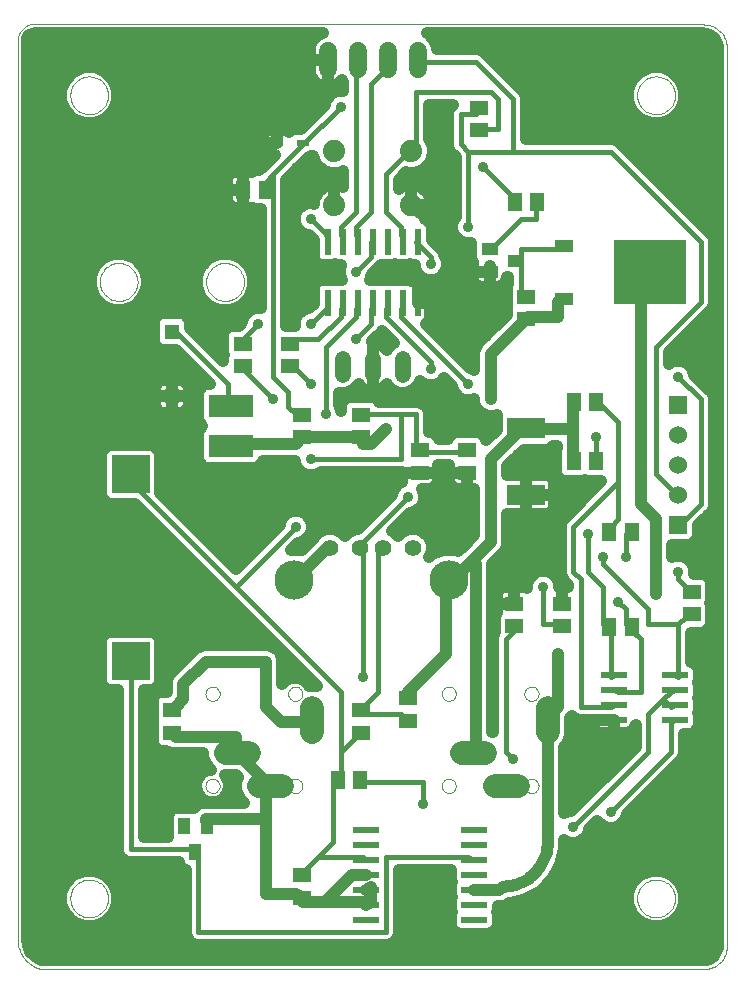
<source format=gtl>
G75*
G70*
%OFA0B0*%
%FSLAX24Y24*%
%IPPOS*%
%LPD*%
%AMOC8*
5,1,8,0,0,1.08239X$1,22.5*
%
%ADD10C,0.0000*%
%ADD11C,0.0787*%
%ADD12C,0.1306*%
%ADD13C,0.0554*%
%ADD14C,0.0520*%
%ADD15R,0.0600X0.0600*%
%ADD16C,0.0600*%
%ADD17R,0.0515X0.0515*%
%ADD18R,0.0591X0.0512*%
%ADD19R,0.0512X0.0591*%
%ADD20C,0.0740*%
%ADD21R,0.1500X0.0760*%
%ADD22R,0.0394X0.0236*%
%ADD23R,0.0236X0.0866*%
%ADD24R,0.0866X0.0236*%
%ADD25R,0.1260X0.1260*%
%ADD26R,0.0394X0.0551*%
%ADD27R,0.2441X0.2126*%
%ADD28R,0.0630X0.0394*%
%ADD29R,0.0551X0.0394*%
%ADD30R,0.1260X0.0709*%
%ADD31C,0.0600*%
%ADD32C,0.0150*%
%ADD33C,0.0360*%
%ADD34C,0.0400*%
D10*
X015719Y008027D02*
X015719Y037948D01*
X015736Y037993D01*
X015757Y038038D01*
X015781Y038080D01*
X015809Y038120D01*
X015839Y038159D01*
X015873Y038194D01*
X015909Y038227D01*
X015947Y038257D01*
X015988Y038284D01*
X016031Y038307D01*
X016075Y038327D01*
X016121Y038344D01*
X016168Y038357D01*
X016216Y038366D01*
X016265Y038371D01*
X016314Y038373D01*
X016363Y038371D01*
X016411Y038365D01*
X016459Y038355D01*
X016506Y038341D01*
X016506Y038342D02*
X038553Y038342D01*
X038553Y038341D02*
X038607Y038339D01*
X038660Y038334D01*
X038713Y038325D01*
X038765Y038312D01*
X038817Y038296D01*
X038867Y038276D01*
X038915Y038253D01*
X038962Y038226D01*
X039007Y038197D01*
X039050Y038164D01*
X039090Y038129D01*
X039128Y038091D01*
X039163Y038051D01*
X039196Y038008D01*
X039225Y037963D01*
X039252Y037916D01*
X039275Y037868D01*
X039295Y037818D01*
X039311Y037766D01*
X039324Y037714D01*
X039333Y037661D01*
X039338Y037608D01*
X039340Y037554D01*
X039341Y037554D02*
X039341Y007633D01*
X039340Y007633D02*
X039338Y007579D01*
X039333Y007526D01*
X039324Y007473D01*
X039311Y007421D01*
X039295Y007369D01*
X039275Y007319D01*
X039252Y007271D01*
X039225Y007224D01*
X039196Y007179D01*
X039163Y007136D01*
X039128Y007096D01*
X039090Y007058D01*
X039050Y007023D01*
X039007Y006990D01*
X038962Y006961D01*
X038915Y006934D01*
X038867Y006911D01*
X038817Y006891D01*
X038765Y006875D01*
X038713Y006862D01*
X038660Y006853D01*
X038607Y006848D01*
X038553Y006846D01*
X016506Y006846D01*
X016506Y006845D02*
X016447Y006859D01*
X016389Y006876D01*
X016332Y006897D01*
X016276Y006921D01*
X016222Y006949D01*
X016170Y006979D01*
X016119Y007013D01*
X016071Y007050D01*
X016025Y007089D01*
X015982Y007132D01*
X015941Y007176D01*
X015903Y007224D01*
X015868Y007273D01*
X015836Y007325D01*
X015807Y007378D01*
X015781Y007433D01*
X015759Y007489D01*
X015740Y007547D01*
X015724Y007606D01*
X015713Y007665D01*
X015704Y007725D01*
X015700Y007786D01*
X015699Y007846D01*
X015702Y007907D01*
X015708Y007967D01*
X015718Y008027D01*
X017451Y009208D02*
X017453Y009258D01*
X017459Y009308D01*
X017469Y009357D01*
X017483Y009405D01*
X017500Y009452D01*
X017521Y009497D01*
X017546Y009541D01*
X017574Y009582D01*
X017606Y009621D01*
X017640Y009658D01*
X017677Y009692D01*
X017717Y009722D01*
X017759Y009749D01*
X017803Y009773D01*
X017849Y009794D01*
X017896Y009810D01*
X017944Y009823D01*
X017994Y009832D01*
X018043Y009837D01*
X018094Y009838D01*
X018144Y009835D01*
X018193Y009828D01*
X018242Y009817D01*
X018290Y009802D01*
X018336Y009784D01*
X018381Y009762D01*
X018424Y009736D01*
X018465Y009707D01*
X018504Y009675D01*
X018540Y009640D01*
X018572Y009602D01*
X018602Y009562D01*
X018629Y009519D01*
X018652Y009475D01*
X018671Y009429D01*
X018687Y009381D01*
X018699Y009332D01*
X018707Y009283D01*
X018711Y009233D01*
X018711Y009183D01*
X018707Y009133D01*
X018699Y009084D01*
X018687Y009035D01*
X018671Y008987D01*
X018652Y008941D01*
X018629Y008897D01*
X018602Y008854D01*
X018572Y008814D01*
X018540Y008776D01*
X018504Y008741D01*
X018465Y008709D01*
X018424Y008680D01*
X018381Y008654D01*
X018336Y008632D01*
X018290Y008614D01*
X018242Y008599D01*
X018193Y008588D01*
X018144Y008581D01*
X018094Y008578D01*
X018043Y008579D01*
X017994Y008584D01*
X017944Y008593D01*
X017896Y008606D01*
X017849Y008622D01*
X017803Y008643D01*
X017759Y008667D01*
X017717Y008694D01*
X017677Y008724D01*
X017640Y008758D01*
X017606Y008795D01*
X017574Y008834D01*
X017546Y008875D01*
X017521Y008919D01*
X017500Y008964D01*
X017483Y009011D01*
X017469Y009059D01*
X017459Y009108D01*
X017453Y009158D01*
X017451Y009208D01*
X021957Y012960D02*
X021959Y012990D01*
X021965Y013020D01*
X021974Y013049D01*
X021987Y013076D01*
X022004Y013101D01*
X022023Y013124D01*
X022046Y013145D01*
X022071Y013162D01*
X022097Y013176D01*
X022126Y013186D01*
X022155Y013193D01*
X022185Y013196D01*
X022216Y013195D01*
X022246Y013190D01*
X022275Y013181D01*
X022302Y013169D01*
X022328Y013154D01*
X022352Y013135D01*
X022373Y013113D01*
X022391Y013089D01*
X022406Y013062D01*
X022417Y013034D01*
X022425Y013005D01*
X022429Y012975D01*
X022429Y012945D01*
X022425Y012915D01*
X022417Y012886D01*
X022406Y012858D01*
X022391Y012831D01*
X022373Y012807D01*
X022352Y012785D01*
X022328Y012766D01*
X022302Y012751D01*
X022275Y012739D01*
X022246Y012730D01*
X022216Y012725D01*
X022185Y012724D01*
X022155Y012727D01*
X022126Y012734D01*
X022097Y012744D01*
X022071Y012758D01*
X022046Y012775D01*
X022023Y012796D01*
X022004Y012819D01*
X021987Y012844D01*
X021974Y012871D01*
X021965Y012900D01*
X021959Y012930D01*
X021957Y012960D01*
X024713Y012960D02*
X024715Y012990D01*
X024721Y013020D01*
X024730Y013049D01*
X024743Y013076D01*
X024760Y013101D01*
X024779Y013124D01*
X024802Y013145D01*
X024827Y013162D01*
X024853Y013176D01*
X024882Y013186D01*
X024911Y013193D01*
X024941Y013196D01*
X024972Y013195D01*
X025002Y013190D01*
X025031Y013181D01*
X025058Y013169D01*
X025084Y013154D01*
X025108Y013135D01*
X025129Y013113D01*
X025147Y013089D01*
X025162Y013062D01*
X025173Y013034D01*
X025181Y013005D01*
X025185Y012975D01*
X025185Y012945D01*
X025181Y012915D01*
X025173Y012886D01*
X025162Y012858D01*
X025147Y012831D01*
X025129Y012807D01*
X025108Y012785D01*
X025084Y012766D01*
X025058Y012751D01*
X025031Y012739D01*
X025002Y012730D01*
X024972Y012725D01*
X024941Y012724D01*
X024911Y012727D01*
X024882Y012734D01*
X024853Y012744D01*
X024827Y012758D01*
X024802Y012775D01*
X024779Y012796D01*
X024760Y012819D01*
X024743Y012844D01*
X024730Y012871D01*
X024721Y012900D01*
X024715Y012930D01*
X024713Y012960D01*
X024713Y016031D02*
X024715Y016061D01*
X024721Y016091D01*
X024730Y016120D01*
X024743Y016147D01*
X024760Y016172D01*
X024779Y016195D01*
X024802Y016216D01*
X024827Y016233D01*
X024853Y016247D01*
X024882Y016257D01*
X024911Y016264D01*
X024941Y016267D01*
X024972Y016266D01*
X025002Y016261D01*
X025031Y016252D01*
X025058Y016240D01*
X025084Y016225D01*
X025108Y016206D01*
X025129Y016184D01*
X025147Y016160D01*
X025162Y016133D01*
X025173Y016105D01*
X025181Y016076D01*
X025185Y016046D01*
X025185Y016016D01*
X025181Y015986D01*
X025173Y015957D01*
X025162Y015929D01*
X025147Y015902D01*
X025129Y015878D01*
X025108Y015856D01*
X025084Y015837D01*
X025058Y015822D01*
X025031Y015810D01*
X025002Y015801D01*
X024972Y015796D01*
X024941Y015795D01*
X024911Y015798D01*
X024882Y015805D01*
X024853Y015815D01*
X024827Y015829D01*
X024802Y015846D01*
X024779Y015867D01*
X024760Y015890D01*
X024743Y015915D01*
X024730Y015942D01*
X024721Y015971D01*
X024715Y016001D01*
X024713Y016031D01*
X021957Y016031D02*
X021959Y016061D01*
X021965Y016091D01*
X021974Y016120D01*
X021987Y016147D01*
X022004Y016172D01*
X022023Y016195D01*
X022046Y016216D01*
X022071Y016233D01*
X022097Y016247D01*
X022126Y016257D01*
X022155Y016264D01*
X022185Y016267D01*
X022216Y016266D01*
X022246Y016261D01*
X022275Y016252D01*
X022302Y016240D01*
X022328Y016225D01*
X022352Y016206D01*
X022373Y016184D01*
X022391Y016160D01*
X022406Y016133D01*
X022417Y016105D01*
X022425Y016076D01*
X022429Y016046D01*
X022429Y016016D01*
X022425Y015986D01*
X022417Y015957D01*
X022406Y015929D01*
X022391Y015902D01*
X022373Y015878D01*
X022352Y015856D01*
X022328Y015837D01*
X022302Y015822D01*
X022275Y015810D01*
X022246Y015801D01*
X022216Y015796D01*
X022185Y015795D01*
X022155Y015798D01*
X022126Y015805D01*
X022097Y015815D01*
X022071Y015829D01*
X022046Y015846D01*
X022023Y015867D01*
X022004Y015890D01*
X021987Y015915D01*
X021974Y015942D01*
X021965Y015971D01*
X021959Y016001D01*
X021957Y016031D01*
X029831Y016031D02*
X029833Y016061D01*
X029839Y016091D01*
X029848Y016120D01*
X029861Y016147D01*
X029878Y016172D01*
X029897Y016195D01*
X029920Y016216D01*
X029945Y016233D01*
X029971Y016247D01*
X030000Y016257D01*
X030029Y016264D01*
X030059Y016267D01*
X030090Y016266D01*
X030120Y016261D01*
X030149Y016252D01*
X030176Y016240D01*
X030202Y016225D01*
X030226Y016206D01*
X030247Y016184D01*
X030265Y016160D01*
X030280Y016133D01*
X030291Y016105D01*
X030299Y016076D01*
X030303Y016046D01*
X030303Y016016D01*
X030299Y015986D01*
X030291Y015957D01*
X030280Y015929D01*
X030265Y015902D01*
X030247Y015878D01*
X030226Y015856D01*
X030202Y015837D01*
X030176Y015822D01*
X030149Y015810D01*
X030120Y015801D01*
X030090Y015796D01*
X030059Y015795D01*
X030029Y015798D01*
X030000Y015805D01*
X029971Y015815D01*
X029945Y015829D01*
X029920Y015846D01*
X029897Y015867D01*
X029878Y015890D01*
X029861Y015915D01*
X029848Y015942D01*
X029839Y015971D01*
X029833Y016001D01*
X029831Y016031D01*
X032587Y016031D02*
X032589Y016061D01*
X032595Y016091D01*
X032604Y016120D01*
X032617Y016147D01*
X032634Y016172D01*
X032653Y016195D01*
X032676Y016216D01*
X032701Y016233D01*
X032727Y016247D01*
X032756Y016257D01*
X032785Y016264D01*
X032815Y016267D01*
X032846Y016266D01*
X032876Y016261D01*
X032905Y016252D01*
X032932Y016240D01*
X032958Y016225D01*
X032982Y016206D01*
X033003Y016184D01*
X033021Y016160D01*
X033036Y016133D01*
X033047Y016105D01*
X033055Y016076D01*
X033059Y016046D01*
X033059Y016016D01*
X033055Y015986D01*
X033047Y015957D01*
X033036Y015929D01*
X033021Y015902D01*
X033003Y015878D01*
X032982Y015856D01*
X032958Y015837D01*
X032932Y015822D01*
X032905Y015810D01*
X032876Y015801D01*
X032846Y015796D01*
X032815Y015795D01*
X032785Y015798D01*
X032756Y015805D01*
X032727Y015815D01*
X032701Y015829D01*
X032676Y015846D01*
X032653Y015867D01*
X032634Y015890D01*
X032617Y015915D01*
X032604Y015942D01*
X032595Y015971D01*
X032589Y016001D01*
X032587Y016031D01*
X032587Y012960D02*
X032589Y012990D01*
X032595Y013020D01*
X032604Y013049D01*
X032617Y013076D01*
X032634Y013101D01*
X032653Y013124D01*
X032676Y013145D01*
X032701Y013162D01*
X032727Y013176D01*
X032756Y013186D01*
X032785Y013193D01*
X032815Y013196D01*
X032846Y013195D01*
X032876Y013190D01*
X032905Y013181D01*
X032932Y013169D01*
X032958Y013154D01*
X032982Y013135D01*
X033003Y013113D01*
X033021Y013089D01*
X033036Y013062D01*
X033047Y013034D01*
X033055Y013005D01*
X033059Y012975D01*
X033059Y012945D01*
X033055Y012915D01*
X033047Y012886D01*
X033036Y012858D01*
X033021Y012831D01*
X033003Y012807D01*
X032982Y012785D01*
X032958Y012766D01*
X032932Y012751D01*
X032905Y012739D01*
X032876Y012730D01*
X032846Y012725D01*
X032815Y012724D01*
X032785Y012727D01*
X032756Y012734D01*
X032727Y012744D01*
X032701Y012758D01*
X032676Y012775D01*
X032653Y012796D01*
X032634Y012819D01*
X032617Y012844D01*
X032604Y012871D01*
X032595Y012900D01*
X032589Y012930D01*
X032587Y012960D01*
X029831Y012960D02*
X029833Y012990D01*
X029839Y013020D01*
X029848Y013049D01*
X029861Y013076D01*
X029878Y013101D01*
X029897Y013124D01*
X029920Y013145D01*
X029945Y013162D01*
X029971Y013176D01*
X030000Y013186D01*
X030029Y013193D01*
X030059Y013196D01*
X030090Y013195D01*
X030120Y013190D01*
X030149Y013181D01*
X030176Y013169D01*
X030202Y013154D01*
X030226Y013135D01*
X030247Y013113D01*
X030265Y013089D01*
X030280Y013062D01*
X030291Y013034D01*
X030299Y013005D01*
X030303Y012975D01*
X030303Y012945D01*
X030299Y012915D01*
X030291Y012886D01*
X030280Y012858D01*
X030265Y012831D01*
X030247Y012807D01*
X030226Y012785D01*
X030202Y012766D01*
X030176Y012751D01*
X030149Y012739D01*
X030120Y012730D01*
X030090Y012725D01*
X030059Y012724D01*
X030029Y012727D01*
X030000Y012734D01*
X029971Y012744D01*
X029945Y012758D01*
X029920Y012775D01*
X029897Y012796D01*
X029878Y012819D01*
X029861Y012844D01*
X029848Y012871D01*
X029839Y012900D01*
X029833Y012930D01*
X029831Y012960D01*
X036349Y009208D02*
X036351Y009258D01*
X036357Y009308D01*
X036367Y009357D01*
X036381Y009405D01*
X036398Y009452D01*
X036419Y009497D01*
X036444Y009541D01*
X036472Y009582D01*
X036504Y009621D01*
X036538Y009658D01*
X036575Y009692D01*
X036615Y009722D01*
X036657Y009749D01*
X036701Y009773D01*
X036747Y009794D01*
X036794Y009810D01*
X036842Y009823D01*
X036892Y009832D01*
X036941Y009837D01*
X036992Y009838D01*
X037042Y009835D01*
X037091Y009828D01*
X037140Y009817D01*
X037188Y009802D01*
X037234Y009784D01*
X037279Y009762D01*
X037322Y009736D01*
X037363Y009707D01*
X037402Y009675D01*
X037438Y009640D01*
X037470Y009602D01*
X037500Y009562D01*
X037527Y009519D01*
X037550Y009475D01*
X037569Y009429D01*
X037585Y009381D01*
X037597Y009332D01*
X037605Y009283D01*
X037609Y009233D01*
X037609Y009183D01*
X037605Y009133D01*
X037597Y009084D01*
X037585Y009035D01*
X037569Y008987D01*
X037550Y008941D01*
X037527Y008897D01*
X037500Y008854D01*
X037470Y008814D01*
X037438Y008776D01*
X037402Y008741D01*
X037363Y008709D01*
X037322Y008680D01*
X037279Y008654D01*
X037234Y008632D01*
X037188Y008614D01*
X037140Y008599D01*
X037091Y008588D01*
X037042Y008581D01*
X036992Y008578D01*
X036941Y008579D01*
X036892Y008584D01*
X036842Y008593D01*
X036794Y008606D01*
X036747Y008622D01*
X036701Y008643D01*
X036657Y008667D01*
X036615Y008694D01*
X036575Y008724D01*
X036538Y008758D01*
X036504Y008795D01*
X036472Y008834D01*
X036444Y008875D01*
X036419Y008919D01*
X036398Y008964D01*
X036381Y009011D01*
X036367Y009059D01*
X036357Y009108D01*
X036351Y009158D01*
X036349Y009208D01*
X021979Y029759D02*
X021981Y029809D01*
X021987Y029859D01*
X021997Y029908D01*
X022011Y029956D01*
X022028Y030003D01*
X022049Y030048D01*
X022074Y030092D01*
X022102Y030133D01*
X022134Y030172D01*
X022168Y030209D01*
X022205Y030243D01*
X022245Y030273D01*
X022287Y030300D01*
X022331Y030324D01*
X022377Y030345D01*
X022424Y030361D01*
X022472Y030374D01*
X022522Y030383D01*
X022571Y030388D01*
X022622Y030389D01*
X022672Y030386D01*
X022721Y030379D01*
X022770Y030368D01*
X022818Y030353D01*
X022864Y030335D01*
X022909Y030313D01*
X022952Y030287D01*
X022993Y030258D01*
X023032Y030226D01*
X023068Y030191D01*
X023100Y030153D01*
X023130Y030113D01*
X023157Y030070D01*
X023180Y030026D01*
X023199Y029980D01*
X023215Y029932D01*
X023227Y029883D01*
X023235Y029834D01*
X023239Y029784D01*
X023239Y029734D01*
X023235Y029684D01*
X023227Y029635D01*
X023215Y029586D01*
X023199Y029538D01*
X023180Y029492D01*
X023157Y029448D01*
X023130Y029405D01*
X023100Y029365D01*
X023068Y029327D01*
X023032Y029292D01*
X022993Y029260D01*
X022952Y029231D01*
X022909Y029205D01*
X022864Y029183D01*
X022818Y029165D01*
X022770Y029150D01*
X022721Y029139D01*
X022672Y029132D01*
X022622Y029129D01*
X022571Y029130D01*
X022522Y029135D01*
X022472Y029144D01*
X022424Y029157D01*
X022377Y029173D01*
X022331Y029194D01*
X022287Y029218D01*
X022245Y029245D01*
X022205Y029275D01*
X022168Y029309D01*
X022134Y029346D01*
X022102Y029385D01*
X022074Y029426D01*
X022049Y029470D01*
X022028Y029515D01*
X022011Y029562D01*
X021997Y029610D01*
X021987Y029659D01*
X021981Y029709D01*
X021979Y029759D01*
X018435Y029759D02*
X018437Y029809D01*
X018443Y029859D01*
X018453Y029908D01*
X018467Y029956D01*
X018484Y030003D01*
X018505Y030048D01*
X018530Y030092D01*
X018558Y030133D01*
X018590Y030172D01*
X018624Y030209D01*
X018661Y030243D01*
X018701Y030273D01*
X018743Y030300D01*
X018787Y030324D01*
X018833Y030345D01*
X018880Y030361D01*
X018928Y030374D01*
X018978Y030383D01*
X019027Y030388D01*
X019078Y030389D01*
X019128Y030386D01*
X019177Y030379D01*
X019226Y030368D01*
X019274Y030353D01*
X019320Y030335D01*
X019365Y030313D01*
X019408Y030287D01*
X019449Y030258D01*
X019488Y030226D01*
X019524Y030191D01*
X019556Y030153D01*
X019586Y030113D01*
X019613Y030070D01*
X019636Y030026D01*
X019655Y029980D01*
X019671Y029932D01*
X019683Y029883D01*
X019691Y029834D01*
X019695Y029784D01*
X019695Y029734D01*
X019691Y029684D01*
X019683Y029635D01*
X019671Y029586D01*
X019655Y029538D01*
X019636Y029492D01*
X019613Y029448D01*
X019586Y029405D01*
X019556Y029365D01*
X019524Y029327D01*
X019488Y029292D01*
X019449Y029260D01*
X019408Y029231D01*
X019365Y029205D01*
X019320Y029183D01*
X019274Y029165D01*
X019226Y029150D01*
X019177Y029139D01*
X019128Y029132D01*
X019078Y029129D01*
X019027Y029130D01*
X018978Y029135D01*
X018928Y029144D01*
X018880Y029157D01*
X018833Y029173D01*
X018787Y029194D01*
X018743Y029218D01*
X018701Y029245D01*
X018661Y029275D01*
X018624Y029309D01*
X018590Y029346D01*
X018558Y029385D01*
X018530Y029426D01*
X018505Y029470D01*
X018484Y029515D01*
X018467Y029562D01*
X018453Y029610D01*
X018443Y029659D01*
X018437Y029709D01*
X018435Y029759D01*
X017451Y035979D02*
X017453Y036029D01*
X017459Y036079D01*
X017469Y036128D01*
X017483Y036176D01*
X017500Y036223D01*
X017521Y036268D01*
X017546Y036312D01*
X017574Y036353D01*
X017606Y036392D01*
X017640Y036429D01*
X017677Y036463D01*
X017717Y036493D01*
X017759Y036520D01*
X017803Y036544D01*
X017849Y036565D01*
X017896Y036581D01*
X017944Y036594D01*
X017994Y036603D01*
X018043Y036608D01*
X018094Y036609D01*
X018144Y036606D01*
X018193Y036599D01*
X018242Y036588D01*
X018290Y036573D01*
X018336Y036555D01*
X018381Y036533D01*
X018424Y036507D01*
X018465Y036478D01*
X018504Y036446D01*
X018540Y036411D01*
X018572Y036373D01*
X018602Y036333D01*
X018629Y036290D01*
X018652Y036246D01*
X018671Y036200D01*
X018687Y036152D01*
X018699Y036103D01*
X018707Y036054D01*
X018711Y036004D01*
X018711Y035954D01*
X018707Y035904D01*
X018699Y035855D01*
X018687Y035806D01*
X018671Y035758D01*
X018652Y035712D01*
X018629Y035668D01*
X018602Y035625D01*
X018572Y035585D01*
X018540Y035547D01*
X018504Y035512D01*
X018465Y035480D01*
X018424Y035451D01*
X018381Y035425D01*
X018336Y035403D01*
X018290Y035385D01*
X018242Y035370D01*
X018193Y035359D01*
X018144Y035352D01*
X018094Y035349D01*
X018043Y035350D01*
X017994Y035355D01*
X017944Y035364D01*
X017896Y035377D01*
X017849Y035393D01*
X017803Y035414D01*
X017759Y035438D01*
X017717Y035465D01*
X017677Y035495D01*
X017640Y035529D01*
X017606Y035566D01*
X017574Y035605D01*
X017546Y035646D01*
X017521Y035690D01*
X017500Y035735D01*
X017483Y035782D01*
X017469Y035830D01*
X017459Y035879D01*
X017453Y035929D01*
X017451Y035979D01*
X036349Y035979D02*
X036351Y036029D01*
X036357Y036079D01*
X036367Y036128D01*
X036381Y036176D01*
X036398Y036223D01*
X036419Y036268D01*
X036444Y036312D01*
X036472Y036353D01*
X036504Y036392D01*
X036538Y036429D01*
X036575Y036463D01*
X036615Y036493D01*
X036657Y036520D01*
X036701Y036544D01*
X036747Y036565D01*
X036794Y036581D01*
X036842Y036594D01*
X036892Y036603D01*
X036941Y036608D01*
X036992Y036609D01*
X037042Y036606D01*
X037091Y036599D01*
X037140Y036588D01*
X037188Y036573D01*
X037234Y036555D01*
X037279Y036533D01*
X037322Y036507D01*
X037363Y036478D01*
X037402Y036446D01*
X037438Y036411D01*
X037470Y036373D01*
X037500Y036333D01*
X037527Y036290D01*
X037550Y036246D01*
X037569Y036200D01*
X037585Y036152D01*
X037597Y036103D01*
X037605Y036054D01*
X037609Y036004D01*
X037609Y035954D01*
X037605Y035904D01*
X037597Y035855D01*
X037585Y035806D01*
X037569Y035758D01*
X037550Y035712D01*
X037527Y035668D01*
X037500Y035625D01*
X037470Y035585D01*
X037438Y035547D01*
X037402Y035512D01*
X037363Y035480D01*
X037322Y035451D01*
X037279Y035425D01*
X037234Y035403D01*
X037188Y035385D01*
X037140Y035370D01*
X037091Y035359D01*
X037042Y035352D01*
X036992Y035349D01*
X036941Y035350D01*
X036892Y035355D01*
X036842Y035364D01*
X036794Y035377D01*
X036747Y035393D01*
X036701Y035414D01*
X036657Y035438D01*
X036615Y035465D01*
X036575Y035495D01*
X036538Y035529D01*
X036504Y035566D01*
X036472Y035605D01*
X036444Y035646D01*
X036419Y035690D01*
X036398Y035735D01*
X036381Y035782D01*
X036367Y035830D01*
X036357Y035879D01*
X036351Y035929D01*
X036349Y035979D01*
D11*
X033374Y015558D02*
X033374Y014771D01*
X032390Y012960D02*
X031603Y012960D01*
X031288Y014062D02*
X030500Y014062D01*
X025500Y014771D02*
X025500Y015558D01*
X023414Y014062D02*
X022626Y014062D01*
X023729Y012960D02*
X024516Y012960D01*
D12*
X024904Y019834D03*
X030077Y019834D03*
D13*
X028868Y020901D03*
X027884Y020901D03*
X027097Y020901D03*
X026112Y020901D03*
D14*
X026530Y026664D02*
X026530Y027184D01*
X027530Y027184D02*
X027530Y026664D01*
X028530Y026664D02*
X028530Y027184D01*
D15*
X037715Y025641D03*
X037715Y021641D03*
D16*
X037715Y022641D03*
X037715Y023641D03*
X037715Y024641D03*
D17*
X020837Y025940D03*
X020837Y028105D03*
D18*
X023199Y027692D03*
X023199Y026944D03*
X024774Y026944D03*
X024774Y027692D03*
X025168Y025330D03*
X025168Y024582D03*
X027136Y024582D03*
X027136Y025330D03*
X029105Y024149D03*
X029105Y023401D03*
X030679Y023401D03*
X030679Y024149D03*
X032648Y028519D03*
X032648Y029267D03*
X031073Y034818D03*
X031073Y035566D03*
X038160Y019424D03*
X038160Y018676D03*
X033829Y019031D03*
X033829Y018283D03*
X032254Y018283D03*
X032254Y019031D03*
X028711Y015881D03*
X028711Y015133D03*
X027136Y015487D03*
X027136Y014739D03*
X025168Y009975D03*
X025168Y009227D03*
X020837Y014739D03*
X020837Y015487D03*
D19*
X026368Y013145D03*
X027116Y013145D03*
X035423Y018263D03*
X036172Y018263D03*
X036172Y021412D03*
X035423Y021412D03*
X034990Y023775D03*
X034242Y023775D03*
X034242Y025743D03*
X034990Y025743D03*
X033022Y032436D03*
X032274Y032436D03*
X023967Y032830D03*
X023219Y032830D03*
D20*
X026250Y032333D03*
X026250Y034113D03*
X028810Y034113D03*
X028810Y032333D03*
D21*
X022805Y025625D03*
X022805Y024286D03*
D22*
X024341Y034405D03*
X025207Y034405D03*
D23*
X026030Y031098D03*
X026530Y031098D03*
X027030Y031098D03*
X027530Y031098D03*
X028030Y031098D03*
X028530Y031098D03*
X029030Y031098D03*
X029030Y029050D03*
X028530Y029050D03*
X028030Y029050D03*
X027530Y029050D03*
X027030Y029050D03*
X026530Y029050D03*
X026030Y029050D03*
D24*
X035561Y016651D03*
X035561Y016151D03*
X035561Y015651D03*
X035561Y015151D03*
X037609Y015151D03*
X037609Y015651D03*
X037609Y016151D03*
X037609Y016651D03*
X030916Y011495D03*
X030916Y010995D03*
X030916Y010495D03*
X030916Y009995D03*
X030916Y009495D03*
X030916Y008995D03*
X030916Y008495D03*
X027294Y008495D03*
X027294Y008995D03*
X027294Y009495D03*
X027294Y009995D03*
X027294Y010495D03*
X027294Y010995D03*
X027294Y011495D03*
D25*
X019459Y017121D03*
X019459Y023342D03*
D26*
X021250Y011609D03*
X021998Y011609D03*
X021624Y010743D03*
D27*
X036782Y030074D03*
D28*
X033908Y030972D03*
X033908Y029176D03*
D29*
X032294Y030468D03*
X031427Y030842D03*
X031427Y030094D03*
D30*
X032648Y024877D03*
X032648Y022672D03*
D31*
X029030Y036860D02*
X029030Y037460D01*
X028030Y037460D02*
X028030Y036860D01*
X027030Y036860D02*
X027030Y037460D01*
X026030Y037460D02*
X026030Y036860D01*
D32*
X026969Y037096D02*
X027030Y037160D01*
X026969Y037096D02*
X026969Y032096D01*
X026469Y031596D01*
X026469Y031346D01*
X026530Y031098D01*
X027030Y031098D02*
X026969Y031346D01*
X026969Y031596D01*
X027469Y032096D01*
X027469Y036346D01*
X027969Y036846D01*
X027969Y037096D01*
X028030Y037160D01*
X029030Y037160D02*
X029219Y037096D01*
X030969Y037096D01*
X032219Y035846D01*
X032219Y034096D01*
X035469Y034096D01*
X038469Y031096D01*
X038469Y029096D01*
X036969Y027596D01*
X036969Y023346D01*
X037469Y022846D01*
X037715Y022641D01*
X038469Y022346D02*
X037719Y021596D01*
X037715Y021641D01*
X038469Y022346D02*
X038469Y025846D01*
X037719Y026596D01*
X035719Y025096D02*
X035719Y023096D01*
X034219Y021596D01*
X034219Y020096D01*
X034469Y019846D01*
X034469Y015596D01*
X035469Y015596D01*
X035561Y015651D01*
X035719Y016096D02*
X035561Y016151D01*
X035719Y016096D02*
X036469Y016096D01*
X036469Y017846D01*
X036219Y018096D01*
X036172Y018263D01*
X035969Y018346D01*
X035969Y018846D01*
X035719Y019096D01*
X035219Y019596D02*
X035219Y018346D01*
X035423Y018263D01*
X035469Y018096D01*
X035469Y016596D01*
X035561Y016651D01*
X036719Y015346D02*
X037219Y015846D01*
X037469Y015596D01*
X037609Y015651D01*
X037219Y015846D02*
X037469Y016096D01*
X037609Y016151D01*
X037719Y016596D02*
X037609Y016651D01*
X037719Y016596D02*
X037719Y018346D01*
X036719Y018346D01*
X036719Y018846D01*
X035219Y020346D01*
X035219Y020596D01*
X034719Y020096D02*
X035219Y019596D01*
X034719Y020096D02*
X034719Y021346D01*
X035423Y021412D02*
X035469Y021596D01*
X035719Y021846D01*
X035719Y023096D01*
X034990Y023775D02*
X034969Y023846D01*
X034969Y024596D01*
X035719Y025096D02*
X035219Y025596D01*
X034990Y025743D01*
X032648Y029267D02*
X032469Y029346D01*
X032469Y030346D01*
X032294Y030468D01*
X032469Y030596D01*
X032469Y030846D01*
X033719Y030846D01*
X033908Y030972D01*
X032969Y031846D02*
X032969Y032346D01*
X033022Y032436D01*
X032969Y031846D02*
X032469Y031846D01*
X031469Y030846D01*
X031427Y030842D01*
X030719Y031596D02*
X030719Y034096D01*
X032219Y034096D01*
X031719Y034846D02*
X031719Y035846D01*
X031469Y036096D01*
X028969Y036096D01*
X028969Y034346D01*
X028810Y034113D01*
X028719Y034096D01*
X027969Y033346D01*
X027969Y032096D01*
X028469Y031596D01*
X028469Y031346D01*
X028530Y031098D01*
X028969Y031096D02*
X029030Y031098D01*
X028969Y031096D02*
X029469Y030596D01*
X029469Y030346D01*
X028530Y029050D02*
X028469Y028846D01*
X028469Y028596D01*
X030719Y026346D01*
X029469Y026846D02*
X029469Y027096D01*
X027969Y028596D01*
X027969Y028846D01*
X028030Y029050D01*
X027530Y029050D02*
X027469Y028846D01*
X027469Y028346D01*
X026969Y027846D01*
X026969Y028596D02*
X025969Y027596D01*
X025969Y025346D01*
X025168Y025330D02*
X024969Y025346D01*
X024719Y025596D01*
X024719Y026096D01*
X024219Y026596D01*
X024219Y033346D01*
X025219Y034346D01*
X025207Y034405D01*
X025219Y034346D02*
X026469Y035596D01*
X024219Y033346D02*
X023969Y033096D01*
X023969Y032846D01*
X023967Y032830D01*
X025469Y031846D02*
X025969Y031346D01*
X026030Y031098D01*
X026969Y030096D02*
X027469Y030596D01*
X027469Y031096D01*
X027530Y031098D01*
X027030Y029050D02*
X026969Y028846D01*
X026969Y028596D01*
X026469Y028596D02*
X026469Y028846D01*
X026530Y029050D01*
X026469Y028596D02*
X025719Y027846D01*
X024969Y027846D01*
X024774Y027692D01*
X024774Y026944D02*
X024969Y026846D01*
X025469Y026346D01*
X024219Y025846D02*
X023219Y026846D01*
X023199Y026944D01*
X023199Y027692D02*
X023219Y027846D01*
X023719Y028346D01*
X025469Y028346D02*
X025969Y028846D01*
X026030Y029050D01*
X027136Y025330D02*
X027219Y025346D01*
X028469Y025346D01*
X028469Y023846D01*
X025469Y023846D01*
X024969Y021596D02*
X022969Y019596D01*
X019469Y023096D01*
X019459Y023342D01*
X022805Y025625D02*
X022719Y025846D01*
X022719Y026346D01*
X020969Y028096D01*
X020837Y028105D01*
X027219Y021096D02*
X027097Y020901D01*
X027219Y020846D01*
X027219Y016596D01*
X027719Y016096D02*
X027719Y020846D01*
X027884Y020901D01*
X027219Y021096D02*
X028719Y022596D01*
X029219Y024096D02*
X029105Y024149D01*
X028969Y024346D01*
X028969Y025346D01*
X028469Y025346D01*
X029219Y024096D02*
X030469Y024096D01*
X030679Y024149D01*
X033219Y019596D02*
X033219Y018346D01*
X033719Y018346D01*
X033829Y018283D01*
X032254Y018283D02*
X032219Y018096D01*
X031969Y017846D01*
X031969Y014096D01*
X032219Y013846D01*
X034219Y011596D02*
X036719Y014096D01*
X036719Y015346D01*
X037469Y015096D02*
X037609Y015151D01*
X037469Y015096D02*
X037469Y014096D01*
X035469Y012096D01*
X030916Y010495D02*
X030719Y010596D01*
X027969Y010596D01*
X027969Y008096D01*
X021719Y008096D01*
X021719Y010596D01*
X021624Y010743D01*
X021469Y010846D01*
X019469Y010846D01*
X019469Y017096D01*
X019459Y017121D01*
X022969Y019596D02*
X026469Y016096D01*
X026469Y014096D01*
X026469Y013346D01*
X026368Y013145D01*
X026219Y013096D01*
X026219Y011096D01*
X025719Y010596D01*
X027219Y010596D01*
X027294Y010495D01*
X025719Y010596D02*
X025219Y010096D01*
X025168Y009975D01*
X027116Y013145D02*
X027219Y013096D01*
X029219Y013096D01*
X029219Y012346D01*
X027136Y014739D02*
X026969Y014596D01*
X026469Y014096D01*
X027219Y015346D02*
X027136Y015487D01*
X027219Y015596D01*
X027719Y016096D01*
X027219Y015346D02*
X028469Y015346D01*
X028711Y015133D01*
X035969Y020596D02*
X035969Y021346D01*
X036172Y021412D01*
X037719Y020096D02*
X037719Y019846D01*
X037969Y019596D01*
X038160Y019424D01*
X038160Y018676D02*
X037969Y018596D01*
X037719Y018346D01*
X032274Y032436D02*
X032219Y032596D01*
X031219Y033596D01*
X030719Y034096D02*
X030469Y034346D01*
X030469Y035346D01*
X030969Y035346D01*
X031073Y035566D01*
X031219Y034846D02*
X031073Y034818D01*
X031219Y034846D02*
X031719Y034846D01*
D33*
X031219Y033596D03*
X030719Y031596D03*
X029469Y030346D03*
X028711Y030074D03*
X026969Y030096D03*
X025469Y031846D03*
X025469Y028346D03*
X026969Y027846D03*
X025469Y026346D03*
X025969Y025346D03*
X025469Y023846D03*
X024969Y021596D03*
X027969Y024846D03*
X029469Y026846D03*
X030719Y026346D03*
X031469Y025846D03*
X028719Y022596D03*
X033219Y019596D03*
X034719Y021346D03*
X035219Y020596D03*
X035969Y020596D03*
X036969Y019346D03*
X037719Y020096D03*
X035719Y019096D03*
X033719Y017346D03*
X035798Y013932D03*
X035469Y012096D03*
X034219Y011596D03*
X032219Y013846D03*
X029219Y012346D03*
X027219Y016596D03*
X034223Y022594D03*
X034969Y024596D03*
X037719Y026596D03*
X026469Y035596D03*
X023719Y028346D03*
X024219Y025846D03*
D34*
X025168Y024582D02*
X024969Y024346D01*
X022969Y024346D01*
X022805Y024286D01*
X021986Y023556D02*
X023625Y023556D01*
X023754Y023610D01*
X023852Y023708D01*
X023888Y023796D01*
X024884Y023796D01*
X024907Y023788D01*
X024939Y023791D01*
X024939Y023740D01*
X025019Y023545D01*
X025169Y023396D01*
X025363Y023316D01*
X025574Y023316D01*
X025769Y023396D01*
X025793Y023421D01*
X028509Y023421D01*
X028509Y023401D01*
X029105Y023401D01*
X029700Y023401D01*
X029700Y023671D01*
X030084Y023671D01*
X030084Y023401D01*
X030679Y023401D01*
X030679Y023401D01*
X030084Y023401D01*
X030084Y023115D01*
X030096Y023057D01*
X030118Y023003D01*
X030151Y022954D01*
X030193Y022912D01*
X030242Y022879D01*
X030297Y022856D01*
X030355Y022845D01*
X030679Y022845D01*
X030679Y023401D01*
X030679Y023401D01*
X030679Y022845D01*
X030919Y022845D01*
X030919Y021323D01*
X030532Y020937D01*
X030386Y020791D01*
X030276Y020836D01*
X029878Y020836D01*
X029509Y020684D01*
X029421Y020596D01*
X029496Y020776D01*
X029496Y021025D01*
X029400Y021256D01*
X029224Y021432D01*
X028993Y021528D01*
X028744Y021528D01*
X028513Y021432D01*
X028376Y021295D01*
X028239Y021432D01*
X028181Y021457D01*
X028790Y022066D01*
X028824Y022066D01*
X029019Y022146D01*
X029168Y022295D01*
X029249Y022490D01*
X029249Y022701D01*
X029189Y022845D01*
X029429Y022845D01*
X029487Y022856D01*
X029542Y022879D01*
X029591Y022912D01*
X029633Y022954D01*
X029666Y023003D01*
X029688Y023057D01*
X029700Y023115D01*
X029700Y023401D01*
X029105Y023401D01*
X029105Y023401D01*
X029105Y023401D01*
X028509Y023401D01*
X028509Y023115D01*
X028515Y023085D01*
X028419Y023045D01*
X028269Y022896D01*
X028189Y022701D01*
X028189Y022667D01*
X027050Y021528D01*
X026972Y021528D01*
X026741Y021432D01*
X026605Y021295D01*
X026468Y021432D01*
X026237Y021528D01*
X025988Y021528D01*
X025757Y021432D01*
X025581Y021256D01*
X025567Y021222D01*
X025511Y021169D01*
X025508Y021162D01*
X025159Y020813D01*
X025103Y020836D01*
X024811Y020836D01*
X025040Y021066D01*
X025074Y021066D01*
X025269Y021146D01*
X025418Y021295D01*
X025499Y021490D01*
X025499Y021701D01*
X025418Y021896D01*
X025269Y022045D01*
X025074Y022126D01*
X024863Y022126D01*
X024669Y022045D01*
X024519Y021896D01*
X024439Y021701D01*
X024439Y021667D01*
X022969Y020197D01*
X020439Y022726D01*
X020439Y024041D01*
X020386Y024170D01*
X020287Y024268D01*
X020158Y024322D01*
X018759Y024322D01*
X018631Y024268D01*
X018532Y024170D01*
X018479Y024041D01*
X018479Y022642D01*
X018532Y022513D01*
X018631Y022415D01*
X018759Y022362D01*
X019602Y022362D01*
X022608Y019355D01*
X022728Y019235D01*
X025671Y016292D01*
X025648Y016302D01*
X025417Y016302D01*
X025404Y016334D01*
X025253Y016485D01*
X025056Y016567D01*
X024842Y016567D01*
X024645Y016485D01*
X024519Y016359D01*
X024519Y017205D01*
X024435Y017407D01*
X024280Y017562D01*
X024078Y017646D01*
X021859Y017646D01*
X021657Y017562D01*
X021502Y017407D01*
X020752Y016657D01*
X020669Y016455D01*
X020669Y016093D01*
X020472Y016093D01*
X020343Y016040D01*
X020245Y015941D01*
X020192Y015813D01*
X020192Y015162D01*
X020212Y015113D01*
X020192Y015065D01*
X020192Y014414D01*
X020245Y014285D01*
X020343Y014187D01*
X020472Y014133D01*
X020653Y014133D01*
X020657Y014129D01*
X020747Y014092D01*
X020836Y014051D01*
X020848Y014050D01*
X020859Y014046D01*
X020957Y014046D01*
X021055Y014041D01*
X021066Y014046D01*
X021883Y014046D01*
X021883Y013914D01*
X021996Y013641D01*
X022141Y013496D01*
X022087Y013496D01*
X021889Y013414D01*
X021739Y013263D01*
X021657Y013066D01*
X021657Y012853D01*
X021739Y012656D01*
X021889Y012505D01*
X022087Y012423D01*
X022300Y012423D01*
X022497Y012505D01*
X022648Y012656D01*
X022729Y012853D01*
X022729Y013066D01*
X022648Y013263D01*
X022593Y013318D01*
X022968Y013318D01*
X023042Y013245D01*
X022985Y013108D01*
X022985Y012812D01*
X023098Y012538D01*
X023241Y012396D01*
X022043Y012396D01*
X022009Y012405D01*
X021935Y012396D01*
X021859Y012396D01*
X021827Y012382D01*
X021792Y012378D01*
X021727Y012341D01*
X021657Y012312D01*
X021632Y012287D01*
X021602Y012270D01*
X021561Y012217D01*
X021517Y012235D01*
X020984Y012235D01*
X020855Y012182D01*
X020757Y012083D01*
X020703Y011955D01*
X020703Y011271D01*
X019894Y011271D01*
X019894Y016141D01*
X020158Y016141D01*
X020287Y016194D01*
X020386Y016293D01*
X020439Y016422D01*
X020439Y017821D01*
X020386Y017949D01*
X020287Y018048D01*
X020158Y018101D01*
X018759Y018101D01*
X018631Y018048D01*
X018532Y017949D01*
X018479Y017821D01*
X018479Y016422D01*
X018532Y016293D01*
X018631Y016194D01*
X018759Y016141D01*
X019044Y016141D01*
X019044Y010761D01*
X019108Y010605D01*
X019228Y010485D01*
X019384Y010421D01*
X021077Y010421D01*
X021077Y010398D01*
X021131Y010269D01*
X021229Y010171D01*
X021294Y010144D01*
X021294Y008011D01*
X021358Y007855D01*
X021478Y007735D01*
X021634Y007671D01*
X028053Y007671D01*
X028210Y007735D01*
X028329Y007855D01*
X028394Y008011D01*
X028394Y010171D01*
X030133Y010171D01*
X030133Y009807D01*
X030158Y009745D01*
X030133Y009683D01*
X030133Y009307D01*
X030158Y009245D01*
X030133Y009183D01*
X030133Y008807D01*
X030158Y008745D01*
X030133Y008683D01*
X030133Y008307D01*
X030186Y008179D01*
X030284Y008080D01*
X030413Y008027D01*
X031418Y008027D01*
X031547Y008080D01*
X031645Y008179D01*
X031699Y008307D01*
X031699Y008683D01*
X031673Y008745D01*
X031699Y008807D01*
X031699Y008945D01*
X031864Y008945D01*
X032066Y009029D01*
X032088Y009051D01*
X032132Y009051D01*
X032657Y009192D01*
X033128Y009464D01*
X033512Y009848D01*
X033784Y010319D01*
X033924Y010844D01*
X033924Y011144D01*
X034113Y011066D01*
X034324Y011066D01*
X034519Y011146D01*
X034668Y011295D01*
X034749Y011490D01*
X034749Y011524D01*
X035020Y011795D01*
X035169Y011646D01*
X035363Y011566D01*
X035574Y011566D01*
X035769Y011646D01*
X035918Y011795D01*
X035999Y011990D01*
X035999Y012024D01*
X037710Y013735D01*
X037829Y013855D01*
X037894Y014011D01*
X037894Y014683D01*
X038111Y014683D01*
X038240Y014736D01*
X038338Y014834D01*
X038392Y014963D01*
X038392Y015338D01*
X038366Y015401D01*
X038392Y015463D01*
X038392Y015838D01*
X038366Y015901D01*
X038392Y015963D01*
X038392Y016338D01*
X038366Y016401D01*
X038392Y016463D01*
X038392Y016838D01*
X038338Y016967D01*
X038240Y017065D01*
X038144Y017105D01*
X038144Y018070D01*
X038525Y018070D01*
X038653Y018124D01*
X038752Y018222D01*
X038805Y018351D01*
X038805Y019002D01*
X038785Y019050D01*
X038805Y019099D01*
X038805Y019750D01*
X038752Y019878D01*
X038653Y019977D01*
X038525Y020030D01*
X038249Y020030D01*
X038249Y020201D01*
X038168Y020396D01*
X038019Y020545D01*
X037824Y020626D01*
X037613Y020626D01*
X037519Y020586D01*
X037519Y020991D01*
X038084Y020991D01*
X038213Y021044D01*
X038312Y021143D01*
X038365Y021271D01*
X038365Y021641D01*
X038829Y022105D01*
X038894Y022261D01*
X038894Y025930D01*
X038829Y026086D01*
X038710Y026206D01*
X038249Y026667D01*
X038249Y026701D01*
X038168Y026896D01*
X038019Y027045D01*
X037824Y027126D01*
X037613Y027126D01*
X037419Y027045D01*
X037394Y027020D01*
X037394Y027419D01*
X038710Y028735D01*
X038829Y028855D01*
X038894Y029011D01*
X038894Y031180D01*
X038829Y031336D01*
X035829Y034336D01*
X035710Y034456D01*
X035553Y034521D01*
X032644Y034521D01*
X032644Y035930D01*
X032579Y036086D01*
X031329Y037336D01*
X031329Y037336D01*
X031210Y037456D01*
X031053Y037521D01*
X029680Y037521D01*
X029680Y037590D01*
X029581Y037829D01*
X029398Y038012D01*
X029325Y038042D01*
X038553Y038042D01*
X038630Y038036D01*
X038775Y037988D01*
X038898Y037899D01*
X038988Y037775D01*
X039035Y037630D01*
X039041Y037554D01*
X039041Y007633D01*
X039035Y007557D01*
X038988Y007412D01*
X038898Y007288D01*
X038775Y007199D01*
X038630Y007152D01*
X038553Y007146D01*
X016544Y007146D01*
X016459Y007170D01*
X016267Y007278D01*
X016117Y007439D01*
X016025Y007639D01*
X016000Y007858D01*
X016010Y007947D01*
X016019Y007967D01*
X016019Y007997D01*
X016025Y008026D01*
X016019Y008056D01*
X016019Y037889D01*
X016023Y037900D01*
X016083Y037981D01*
X016165Y038039D01*
X016261Y038070D01*
X016362Y038069D01*
X016406Y038058D01*
X016446Y038042D01*
X016457Y038042D01*
X016468Y038038D01*
X016517Y038042D01*
X025877Y038042D01*
X025799Y038017D01*
X025715Y037974D01*
X025639Y037918D01*
X025572Y037851D01*
X025517Y037775D01*
X025474Y037691D01*
X025445Y037601D01*
X025430Y037508D01*
X025430Y037161D01*
X026030Y037161D01*
X026030Y037160D01*
X026030Y036260D01*
X026077Y036260D01*
X026170Y036275D01*
X026260Y036304D01*
X026344Y036347D01*
X026421Y036403D01*
X026487Y036470D01*
X026493Y036478D01*
X026544Y036427D01*
X026544Y036126D01*
X026363Y036126D01*
X026169Y036045D01*
X026019Y035896D01*
X025939Y035701D01*
X025939Y035667D01*
X025145Y034873D01*
X024940Y034873D01*
X024812Y034819D01*
X024739Y034746D01*
X024729Y034756D01*
X024680Y034789D01*
X024625Y034811D01*
X024567Y034823D01*
X024341Y034823D01*
X024341Y034405D01*
X024341Y034405D01*
X024341Y034823D01*
X024114Y034823D01*
X024056Y034811D01*
X024002Y034789D01*
X023953Y034756D01*
X023911Y034714D01*
X023878Y034665D01*
X023855Y034610D01*
X023844Y034552D01*
X023844Y034405D01*
X024341Y034405D01*
X024341Y034405D01*
X023844Y034405D01*
X023844Y034257D01*
X023855Y034199D01*
X023878Y034144D01*
X023911Y034095D01*
X023953Y034053D01*
X024002Y034021D01*
X024056Y033998D01*
X024114Y033986D01*
X024259Y033986D01*
X023978Y033706D01*
X023858Y033586D01*
X023747Y033475D01*
X023641Y033475D01*
X023515Y033423D01*
X023504Y033425D01*
X023219Y033425D01*
X023219Y032830D01*
X023219Y032830D01*
X023219Y033425D01*
X022933Y033425D01*
X022875Y033414D01*
X022821Y033391D01*
X022772Y033358D01*
X022730Y033316D01*
X022697Y033267D01*
X022674Y033213D01*
X022663Y033155D01*
X022663Y032830D01*
X023219Y032830D01*
X023219Y032235D01*
X023504Y032235D01*
X023515Y032237D01*
X023641Y032185D01*
X023794Y032185D01*
X023794Y028876D01*
X023613Y028876D01*
X023419Y028795D01*
X023269Y028646D01*
X023189Y028451D01*
X023189Y028417D01*
X023070Y028298D01*
X022834Y028298D01*
X022706Y028245D01*
X022607Y028146D01*
X022554Y028018D01*
X022554Y027366D01*
X022574Y027318D01*
X022554Y027269D01*
X022554Y027112D01*
X021444Y028221D01*
X021444Y028432D01*
X021391Y028561D01*
X021293Y028660D01*
X021164Y028713D01*
X020510Y028713D01*
X020381Y028660D01*
X020283Y028561D01*
X020229Y028432D01*
X020229Y027778D01*
X020283Y027650D01*
X020381Y027551D01*
X020510Y027498D01*
X020965Y027498D01*
X022108Y026355D01*
X021986Y026355D01*
X021857Y026302D01*
X021759Y026203D01*
X021705Y026075D01*
X021705Y025175D01*
X021759Y025047D01*
X021850Y024956D01*
X021759Y024865D01*
X021705Y024736D01*
X021705Y023837D01*
X021759Y023708D01*
X021857Y023610D01*
X021986Y023556D01*
X021923Y023583D02*
X020439Y023583D01*
X020439Y023981D02*
X021705Y023981D01*
X021705Y024380D02*
X016019Y024380D01*
X016019Y024778D02*
X021723Y024778D01*
X021705Y025177D02*
X016019Y025177D01*
X016019Y025575D02*
X020299Y025575D01*
X020291Y025595D02*
X020314Y025540D01*
X020346Y025491D01*
X020388Y025450D01*
X020437Y025417D01*
X020492Y025394D01*
X020550Y025383D01*
X020837Y025383D01*
X021124Y025383D01*
X021182Y025394D01*
X021236Y025417D01*
X021286Y025450D01*
X021327Y025491D01*
X021360Y025540D01*
X021383Y025595D01*
X021394Y025653D01*
X021394Y025940D01*
X020837Y025940D01*
X020837Y025940D01*
X021394Y025940D01*
X021394Y026227D01*
X021383Y026285D01*
X021360Y026340D01*
X021327Y026389D01*
X021286Y026431D01*
X021236Y026463D01*
X021182Y026486D01*
X021124Y026498D01*
X020837Y026498D01*
X020837Y025940D01*
X020837Y025383D01*
X020837Y025940D01*
X020837Y025940D01*
X020837Y025940D01*
X020837Y026498D01*
X020550Y026498D01*
X020492Y026486D01*
X020437Y026463D01*
X020388Y026431D01*
X020346Y026389D01*
X020314Y026340D01*
X020291Y026285D01*
X020279Y026227D01*
X020279Y025940D01*
X020279Y025653D01*
X020291Y025595D01*
X020279Y025940D02*
X020837Y025940D01*
X020837Y025940D01*
X020279Y025940D01*
X020279Y025974D02*
X016019Y025974D01*
X016019Y026372D02*
X020335Y026372D01*
X020837Y026372D02*
X020837Y026372D01*
X020837Y025974D02*
X020837Y025974D01*
X020837Y025575D02*
X020837Y025575D01*
X021375Y025575D02*
X021705Y025575D01*
X021705Y025974D02*
X021394Y025974D01*
X021339Y026372D02*
X022091Y026372D01*
X021693Y026771D02*
X016019Y026771D01*
X016019Y027169D02*
X021294Y027169D01*
X021699Y027966D02*
X022554Y027966D01*
X022554Y027568D02*
X022098Y027568D01*
X022496Y027169D02*
X022554Y027169D01*
X023137Y028365D02*
X021444Y028365D01*
X022082Y028971D02*
X021820Y029232D01*
X021679Y029574D01*
X021679Y029944D01*
X021820Y030286D01*
X022082Y030547D01*
X022424Y030689D01*
X022794Y030689D01*
X023135Y030547D01*
X023397Y030286D01*
X023538Y029944D01*
X023538Y029574D01*
X023397Y029232D01*
X023135Y028971D01*
X022794Y028829D01*
X022424Y028829D01*
X022082Y028971D01*
X021891Y029162D02*
X019783Y029162D01*
X019854Y029232D02*
X019995Y029574D01*
X019995Y029944D01*
X019854Y030286D01*
X019592Y030547D01*
X019250Y030689D01*
X018880Y030689D01*
X018538Y030547D01*
X018277Y030286D01*
X018135Y029944D01*
X018135Y029574D01*
X018277Y029232D01*
X018538Y028971D01*
X018880Y028829D01*
X019250Y028829D01*
X019592Y028971D01*
X019854Y029232D01*
X019989Y029560D02*
X021684Y029560D01*
X021685Y029959D02*
X019989Y029959D01*
X019782Y030357D02*
X021892Y030357D01*
X023326Y030357D02*
X023794Y030357D01*
X023794Y029959D02*
X023532Y029959D01*
X023533Y029560D02*
X023794Y029560D01*
X023794Y029162D02*
X023326Y029162D01*
X023387Y028763D02*
X016019Y028763D01*
X016019Y028365D02*
X020229Y028365D01*
X020229Y027966D02*
X016019Y027966D01*
X016019Y027568D02*
X020365Y027568D01*
X018347Y029162D02*
X016019Y029162D01*
X016019Y029560D02*
X018141Y029560D01*
X018141Y029959D02*
X016019Y029959D01*
X016019Y030357D02*
X018348Y030357D01*
X016019Y030756D02*
X023794Y030756D01*
X023794Y031154D02*
X016019Y031154D01*
X016019Y031553D02*
X023794Y031553D01*
X023794Y031951D02*
X016019Y031951D01*
X016019Y032350D02*
X022726Y032350D01*
X022730Y032343D02*
X022772Y032301D01*
X022821Y032269D01*
X022875Y032246D01*
X022933Y032235D01*
X023219Y032235D01*
X023219Y032830D01*
X023219Y032830D01*
X023219Y032830D01*
X022663Y032830D01*
X022663Y032505D01*
X022674Y032447D01*
X022697Y032392D01*
X022730Y032343D01*
X022663Y032748D02*
X016019Y032748D01*
X016019Y033147D02*
X022663Y033147D01*
X023219Y033147D02*
X023219Y033147D01*
X023219Y032748D02*
X023219Y032748D01*
X023219Y032350D02*
X023219Y032350D01*
X023817Y033545D02*
X016019Y033545D01*
X016019Y033944D02*
X024216Y033944D01*
X023844Y034342D02*
X016019Y034342D01*
X016019Y034741D02*
X023938Y034741D01*
X024341Y034741D02*
X024341Y034741D01*
X025019Y033545D02*
X025800Y033545D01*
X025842Y033503D02*
X025639Y033706D01*
X025533Y033961D01*
X025473Y033936D01*
X025411Y033936D01*
X024644Y033169D01*
X024644Y028298D01*
X024939Y028298D01*
X024939Y028451D01*
X025019Y028646D01*
X025169Y028795D01*
X025363Y028876D01*
X025398Y028876D01*
X025562Y029039D01*
X025562Y029553D01*
X025615Y029682D01*
X025713Y029780D01*
X025842Y029833D01*
X026218Y029833D01*
X026280Y029808D01*
X026342Y029833D01*
X026504Y029833D01*
X026439Y029990D01*
X026439Y030201D01*
X026486Y030314D01*
X026342Y030314D01*
X026280Y030340D01*
X026218Y030314D01*
X025842Y030314D01*
X025713Y030368D01*
X025615Y030466D01*
X025562Y030595D01*
X025562Y031152D01*
X025398Y031316D01*
X025363Y031316D01*
X025169Y031396D01*
X025019Y031545D01*
X024939Y031740D01*
X024939Y031951D01*
X024644Y031951D01*
X024939Y031951D02*
X025019Y032146D01*
X025169Y032295D01*
X025363Y032376D01*
X025574Y032376D01*
X025580Y032373D01*
X025580Y032377D01*
X025591Y032464D01*
X025614Y032549D01*
X025648Y032630D01*
X025692Y032707D01*
X025745Y032776D01*
X025807Y032838D01*
X025877Y032892D01*
X025953Y032936D01*
X026034Y032969D01*
X026119Y032992D01*
X026206Y033003D01*
X026250Y033003D01*
X026250Y032334D01*
X026250Y032334D01*
X026250Y033003D01*
X026294Y033003D01*
X026381Y032992D01*
X026466Y032969D01*
X026544Y032937D01*
X026544Y033456D01*
X026393Y033393D01*
X026107Y033393D01*
X025842Y033503D01*
X025541Y033944D02*
X025490Y033944D01*
X024644Y033147D02*
X026544Y033147D01*
X026250Y032748D02*
X026250Y032748D01*
X026250Y032350D02*
X026250Y032350D01*
X025723Y032748D02*
X024644Y032748D01*
X024644Y032350D02*
X025301Y032350D01*
X025016Y031553D02*
X024644Y031553D01*
X024644Y031154D02*
X025559Y031154D01*
X025562Y030756D02*
X024644Y030756D01*
X024644Y030357D02*
X025739Y030357D01*
X025565Y029560D02*
X024644Y029560D01*
X024644Y029162D02*
X025562Y029162D01*
X025137Y028763D02*
X024644Y028763D01*
X024644Y028365D02*
X024939Y028365D01*
X024644Y029959D02*
X026452Y029959D01*
X027434Y029833D02*
X027499Y029990D01*
X027499Y030024D01*
X027804Y030330D01*
X027842Y030314D01*
X028218Y030314D01*
X028280Y030340D01*
X028342Y030314D01*
X028718Y030314D01*
X028780Y030340D01*
X028842Y030314D01*
X028939Y030314D01*
X028939Y030240D01*
X029019Y030045D01*
X029169Y029896D01*
X029363Y029816D01*
X029574Y029816D01*
X029769Y029896D01*
X029918Y030045D01*
X029999Y030240D01*
X029999Y030451D01*
X029918Y030646D01*
X029894Y030670D01*
X029894Y030680D01*
X029829Y030836D01*
X029710Y030956D01*
X029498Y031167D01*
X029498Y031600D01*
X029445Y031729D01*
X029346Y031827D01*
X029279Y031855D01*
X029315Y031891D01*
X029368Y031960D01*
X029412Y032037D01*
X029446Y032118D01*
X029468Y032203D01*
X029480Y032290D01*
X029480Y032333D01*
X028810Y032333D01*
X028810Y032333D01*
X029480Y032333D01*
X029480Y032377D01*
X029468Y032464D01*
X029446Y032549D01*
X029412Y032630D01*
X029368Y032707D01*
X029315Y032776D01*
X029252Y032838D01*
X029183Y032892D01*
X029107Y032936D01*
X029026Y032969D01*
X028941Y032992D01*
X028854Y033003D01*
X028810Y033003D01*
X028810Y032334D01*
X028810Y032334D01*
X028810Y033003D01*
X028766Y033003D01*
X028679Y032992D01*
X028594Y032969D01*
X028513Y032936D01*
X028437Y032892D01*
X028394Y032859D01*
X028394Y033169D01*
X028632Y033408D01*
X028667Y033393D01*
X028953Y033393D01*
X029218Y033503D01*
X029420Y033706D01*
X029530Y033970D01*
X029530Y034257D01*
X029420Y034521D01*
X029394Y034548D01*
X029394Y035671D01*
X030193Y035671D01*
X030108Y035586D01*
X030044Y035430D01*
X030044Y034261D01*
X030108Y034105D01*
X030294Y033919D01*
X030294Y031920D01*
X030269Y031896D01*
X030189Y031701D01*
X030189Y031490D01*
X030269Y031295D01*
X030419Y031146D01*
X030613Y031066D01*
X030802Y031066D01*
X030802Y030575D01*
X030855Y030446D01*
X030881Y030421D01*
X030863Y030378D01*
X030852Y030320D01*
X030852Y030094D01*
X031427Y030094D01*
X031427Y030295D01*
X031427Y030295D01*
X031427Y030094D01*
X031427Y030094D01*
X031427Y030094D01*
X030852Y030094D01*
X030852Y029867D01*
X030863Y029809D01*
X030886Y029755D01*
X030919Y029705D01*
X030961Y029664D01*
X031010Y029631D01*
X031064Y029608D01*
X031122Y029597D01*
X031427Y029597D01*
X031427Y030094D01*
X031427Y030113D01*
X031427Y030094D02*
X031427Y029597D01*
X031733Y029597D01*
X031791Y029608D01*
X031845Y029631D01*
X031894Y029664D01*
X031936Y029705D01*
X031969Y029755D01*
X031991Y029809D01*
X032003Y029867D01*
X032003Y029921D01*
X032044Y029921D01*
X032044Y029692D01*
X032003Y029592D01*
X032003Y028941D01*
X032023Y028893D01*
X032003Y028844D01*
X032003Y028657D01*
X031157Y027812D01*
X031002Y027657D01*
X030919Y027455D01*
X030919Y026836D01*
X030824Y026876D01*
X030790Y026876D01*
X029304Y028361D01*
X029339Y028384D01*
X029381Y028426D01*
X029414Y028475D01*
X029436Y028530D01*
X029448Y028588D01*
X029448Y029050D01*
X029030Y029050D01*
X029030Y029050D01*
X029448Y029050D01*
X029448Y029513D01*
X029436Y029571D01*
X029414Y029625D01*
X029381Y029675D01*
X029339Y029716D01*
X029290Y029749D01*
X029235Y029772D01*
X029177Y029783D01*
X029030Y029783D01*
X029030Y029050D01*
X029030Y029755D01*
X029030Y029783D02*
X028882Y029783D01*
X028849Y029777D01*
X028846Y029780D01*
X028718Y029833D01*
X028342Y029833D01*
X028280Y029808D01*
X028218Y029833D01*
X027842Y029833D01*
X027780Y029808D01*
X027718Y029833D01*
X027434Y029833D01*
X027486Y029959D02*
X029106Y029959D01*
X029030Y029783D02*
X029030Y029050D01*
X029030Y029050D01*
X029030Y029162D02*
X029030Y029162D01*
X029030Y029560D02*
X029030Y029560D01*
X029030Y029755D02*
X029028Y029788D01*
X029023Y029821D01*
X029014Y029854D01*
X029002Y029885D01*
X028987Y029915D01*
X028969Y029943D01*
X028948Y029968D01*
X028924Y029992D01*
X028899Y030013D01*
X028871Y030031D01*
X028841Y030046D01*
X028810Y030058D01*
X028777Y030067D01*
X028744Y030072D01*
X028711Y030074D01*
X029439Y029560D02*
X032003Y029560D01*
X032003Y029162D02*
X029448Y029162D01*
X029448Y028763D02*
X032003Y028763D01*
X031710Y028365D02*
X029310Y028365D01*
X029699Y027966D02*
X031311Y027966D01*
X030965Y027568D02*
X030098Y027568D01*
X030496Y027169D02*
X030919Y027169D01*
X031469Y027346D02*
X031469Y025846D01*
X030919Y025855D02*
X030919Y025736D01*
X031002Y025534D01*
X031157Y025379D01*
X031359Y025296D01*
X031578Y025296D01*
X031684Y025339D01*
X031668Y025301D01*
X031668Y024823D01*
X031323Y024478D01*
X031271Y024603D01*
X031173Y024701D01*
X031044Y024755D01*
X030315Y024755D01*
X030186Y024701D01*
X030087Y024603D01*
X030053Y024521D01*
X029731Y024521D01*
X029697Y024603D01*
X029598Y024701D01*
X029469Y024755D01*
X029394Y024755D01*
X029394Y025430D01*
X029329Y025586D01*
X029210Y025706D01*
X029053Y025771D01*
X027734Y025771D01*
X027728Y025784D01*
X027630Y025882D01*
X027501Y025936D01*
X026771Y025936D01*
X026643Y025882D01*
X026544Y025784D01*
X026491Y025655D01*
X026491Y025470D01*
X026418Y025646D01*
X026394Y025670D01*
X026394Y026060D01*
X026408Y026054D01*
X026651Y026054D01*
X026875Y026147D01*
X027047Y026319D01*
X027062Y026355D01*
X027103Y026299D01*
X027165Y026237D01*
X027236Y026185D01*
X027315Y026145D01*
X027399Y026118D01*
X027486Y026104D01*
X027530Y026104D01*
X027574Y026104D01*
X027661Y026118D01*
X027745Y026145D01*
X027823Y026185D01*
X027895Y026237D01*
X027957Y026299D01*
X027998Y026355D01*
X028013Y026319D01*
X028184Y026147D01*
X028408Y026054D01*
X028651Y026054D01*
X028875Y026147D01*
X029047Y026319D01*
X029105Y026460D01*
X029169Y026396D01*
X029363Y026316D01*
X029574Y026316D01*
X029769Y026396D01*
X029918Y026545D01*
X030189Y026274D01*
X030189Y026240D01*
X030269Y026045D01*
X030419Y025896D01*
X030613Y025816D01*
X030824Y025816D01*
X030919Y025855D01*
X030985Y025575D02*
X029334Y025575D01*
X029394Y025177D02*
X031668Y025177D01*
X031623Y024778D02*
X029394Y024778D01*
X029700Y023583D02*
X030084Y023583D01*
X030084Y023184D02*
X029700Y023184D01*
X029214Y022786D02*
X030919Y022786D01*
X030919Y022387D02*
X029206Y022387D01*
X028713Y021989D02*
X030919Y021989D01*
X030919Y021590D02*
X028314Y021590D01*
X027909Y022387D02*
X020778Y022387D01*
X020439Y022786D02*
X028224Y022786D01*
X028509Y023184D02*
X020439Y023184D01*
X019975Y021989D02*
X016019Y021989D01*
X016019Y022387D02*
X018698Y022387D01*
X018479Y022786D02*
X016019Y022786D01*
X016019Y023184D02*
X018479Y023184D01*
X018479Y023583D02*
X016019Y023583D01*
X016019Y023981D02*
X018479Y023981D01*
X020373Y021590D02*
X016019Y021590D01*
X016019Y021192D02*
X020772Y021192D01*
X021170Y020793D02*
X016019Y020793D01*
X016019Y020395D02*
X021569Y020395D01*
X021967Y019996D02*
X016019Y019996D01*
X016019Y019598D02*
X022366Y019598D01*
X022764Y019199D02*
X016019Y019199D01*
X016019Y018801D02*
X023163Y018801D01*
X023561Y018402D02*
X016019Y018402D01*
X016019Y018004D02*
X018587Y018004D01*
X018479Y017605D02*
X016019Y017605D01*
X016019Y017207D02*
X018479Y017207D01*
X018479Y016808D02*
X016019Y016808D01*
X016019Y016410D02*
X018484Y016410D01*
X019044Y016011D02*
X016019Y016011D01*
X016019Y015613D02*
X019044Y015613D01*
X019044Y015214D02*
X016019Y015214D01*
X016019Y014816D02*
X019044Y014816D01*
X019044Y014417D02*
X016019Y014417D01*
X016019Y014019D02*
X019044Y014019D01*
X019044Y013620D02*
X016019Y013620D01*
X016019Y013222D02*
X019044Y013222D01*
X019044Y012823D02*
X016019Y012823D01*
X016019Y012425D02*
X019044Y012425D01*
X019044Y012026D02*
X016019Y012026D01*
X016019Y011628D02*
X019044Y011628D01*
X019044Y011229D02*
X016019Y011229D01*
X016019Y010831D02*
X019044Y010831D01*
X019356Y010432D02*
X016019Y010432D01*
X016019Y010034D02*
X017645Y010034D01*
X017554Y009996D02*
X017896Y010138D01*
X018266Y010138D01*
X018608Y009996D01*
X018869Y009735D01*
X019011Y009393D01*
X019011Y009023D01*
X018869Y008681D01*
X018608Y008419D01*
X018266Y008278D01*
X017896Y008278D01*
X017554Y008419D01*
X017293Y008681D01*
X017151Y009023D01*
X017151Y009393D01*
X017293Y009735D01*
X017554Y009996D01*
X017251Y009635D02*
X016019Y009635D01*
X016019Y009237D02*
X017151Y009237D01*
X017228Y008838D02*
X016019Y008838D01*
X016019Y008440D02*
X017534Y008440D01*
X018628Y008440D02*
X021294Y008440D01*
X021294Y008838D02*
X018934Y008838D01*
X019011Y009237D02*
X021294Y009237D01*
X021294Y009635D02*
X018911Y009635D01*
X018517Y010034D02*
X021294Y010034D01*
X020703Y011628D02*
X019894Y011628D01*
X019894Y012026D02*
X020733Y012026D01*
X019894Y012425D02*
X022084Y012425D01*
X022302Y012425D02*
X023212Y012425D01*
X022985Y012823D02*
X022717Y012823D01*
X022665Y013222D02*
X023032Y013222D01*
X023219Y013846D02*
X023020Y014062D01*
X022969Y014096D01*
X022969Y014596D01*
X020969Y014596D01*
X020837Y014739D01*
X020192Y014816D02*
X019894Y014816D01*
X019894Y015214D02*
X020192Y015214D01*
X020192Y015613D02*
X019894Y015613D01*
X019894Y016011D02*
X020314Y016011D01*
X020434Y016410D02*
X020669Y016410D01*
X020439Y016808D02*
X020903Y016808D01*
X021219Y016346D02*
X021969Y017096D01*
X023969Y017096D01*
X023969Y015596D01*
X024469Y015096D01*
X025469Y015096D01*
X025500Y015164D01*
X025554Y016410D02*
X025328Y016410D01*
X025155Y016808D02*
X024519Y016808D01*
X024519Y016410D02*
X024570Y016410D01*
X024518Y017207D02*
X024757Y017207D01*
X024358Y017605D02*
X024176Y017605D01*
X023960Y018004D02*
X020331Y018004D01*
X020439Y017605D02*
X021762Y017605D01*
X021302Y017207D02*
X020439Y017207D01*
X021219Y016346D02*
X021219Y015846D01*
X020969Y015596D01*
X020837Y015487D01*
X020192Y014417D02*
X019894Y014417D01*
X019894Y014019D02*
X021883Y014019D01*
X022017Y013620D02*
X019894Y013620D01*
X019894Y013222D02*
X021721Y013222D01*
X021669Y012823D02*
X019894Y012823D01*
X021969Y011846D02*
X021998Y011609D01*
X021969Y011846D02*
X023969Y011846D01*
X023969Y009346D01*
X024969Y009346D01*
X025168Y009227D01*
X025219Y009096D01*
X025955Y009096D01*
X026855Y009995D01*
X027294Y009995D01*
X027469Y009596D02*
X027294Y009495D01*
X027469Y009596D02*
X027469Y009096D01*
X027294Y008995D01*
X027219Y009096D01*
X025955Y009096D01*
X028394Y009237D02*
X030155Y009237D01*
X030133Y009635D02*
X028394Y009635D01*
X028394Y010034D02*
X030133Y010034D01*
X030916Y009495D02*
X031754Y009495D01*
X031860Y009601D01*
X031699Y008838D02*
X036125Y008838D01*
X036190Y008681D02*
X036452Y008419D01*
X036794Y008278D01*
X037164Y008278D01*
X037505Y008419D01*
X037767Y008681D01*
X037909Y009023D01*
X037909Y009393D01*
X037767Y009735D01*
X037505Y009996D01*
X037164Y010138D01*
X036794Y010138D01*
X036452Y009996D01*
X036190Y009735D01*
X036049Y009393D01*
X036049Y009023D01*
X036190Y008681D01*
X036432Y008440D02*
X031699Y008440D01*
X031452Y008041D02*
X039041Y008041D01*
X039041Y007643D02*
X016025Y007643D01*
X016022Y008041D02*
X021294Y008041D01*
X023969Y011846D02*
X023969Y012846D01*
X024122Y012960D01*
X023969Y013096D01*
X023219Y013846D01*
X028394Y008838D02*
X030133Y008838D01*
X030133Y008440D02*
X028394Y008440D01*
X028394Y008041D02*
X030379Y008041D01*
X032657Y009192D02*
X032657Y009192D01*
X032734Y009237D02*
X036049Y009237D01*
X036149Y009635D02*
X033299Y009635D01*
X033128Y009464D02*
X033128Y009464D01*
X033512Y009848D02*
X033512Y009848D01*
X033619Y010034D02*
X036542Y010034D01*
X037415Y010034D02*
X039041Y010034D01*
X039041Y010432D02*
X033814Y010432D01*
X033784Y010319D02*
X033784Y010319D01*
X033921Y010831D02*
X039041Y010831D01*
X039041Y011229D02*
X034602Y011229D01*
X034852Y011628D02*
X035214Y011628D01*
X035724Y011628D02*
X039041Y011628D01*
X039041Y012026D02*
X036000Y012026D01*
X036399Y012425D02*
X039041Y012425D01*
X039041Y012823D02*
X036797Y012823D01*
X037196Y013222D02*
X039041Y013222D01*
X039041Y013620D02*
X037594Y013620D01*
X037894Y014019D02*
X039041Y014019D01*
X039041Y014417D02*
X037894Y014417D01*
X038320Y014816D02*
X039041Y014816D01*
X039041Y015214D02*
X038392Y015214D01*
X038392Y015613D02*
X039041Y015613D01*
X039041Y016011D02*
X038392Y016011D01*
X038369Y016410D02*
X039041Y016410D01*
X039041Y016808D02*
X038392Y016808D01*
X038144Y017207D02*
X039041Y017207D01*
X039041Y017605D02*
X038144Y017605D01*
X038144Y018004D02*
X039041Y018004D01*
X039041Y018402D02*
X038805Y018402D01*
X038805Y018801D02*
X039041Y018801D01*
X039041Y019199D02*
X038805Y019199D01*
X038805Y019598D02*
X039041Y019598D01*
X039041Y019996D02*
X038607Y019996D01*
X039041Y020395D02*
X038169Y020395D01*
X037519Y020793D02*
X039041Y020793D01*
X039041Y021192D02*
X038332Y021192D01*
X038365Y021590D02*
X039041Y021590D01*
X039041Y021989D02*
X038713Y021989D01*
X038894Y022387D02*
X039041Y022387D01*
X039041Y022786D02*
X038894Y022786D01*
X038894Y023184D02*
X039041Y023184D01*
X039041Y023583D02*
X038894Y023583D01*
X038894Y023981D02*
X039041Y023981D01*
X039041Y024380D02*
X038894Y024380D01*
X038894Y024778D02*
X039041Y024778D01*
X039041Y025177D02*
X038894Y025177D01*
X038894Y025575D02*
X039041Y025575D01*
X039041Y025974D02*
X038876Y025974D01*
X039041Y026372D02*
X038543Y026372D01*
X038220Y026771D02*
X039041Y026771D01*
X039041Y027169D02*
X037394Y027169D01*
X037542Y027568D02*
X039041Y027568D01*
X039041Y027966D02*
X037940Y027966D01*
X038339Y028365D02*
X039041Y028365D01*
X039041Y028763D02*
X038737Y028763D01*
X038894Y029162D02*
X039041Y029162D01*
X039041Y029560D02*
X038894Y029560D01*
X038894Y029959D02*
X039041Y029959D01*
X039041Y030357D02*
X038894Y030357D01*
X038894Y030756D02*
X039041Y030756D01*
X039041Y031154D02*
X038894Y031154D01*
X039041Y031553D02*
X038613Y031553D01*
X038214Y031951D02*
X039041Y031951D01*
X039041Y032350D02*
X037816Y032350D01*
X037417Y032748D02*
X039041Y032748D01*
X039041Y033147D02*
X037019Y033147D01*
X036620Y033545D02*
X039041Y033545D01*
X039041Y033944D02*
X036222Y033944D01*
X035823Y034342D02*
X039041Y034342D01*
X039041Y034741D02*
X032644Y034741D01*
X032644Y035139D02*
X036577Y035139D01*
X036452Y035191D02*
X036794Y035049D01*
X037164Y035049D01*
X037505Y035191D01*
X037767Y035453D01*
X037909Y035794D01*
X037909Y036164D01*
X037767Y036506D01*
X037505Y036768D01*
X037164Y036909D01*
X036794Y036909D01*
X036452Y036768D01*
X036190Y036506D01*
X036049Y036164D01*
X036049Y035794D01*
X036190Y035453D01*
X036452Y035191D01*
X036155Y035538D02*
X032644Y035538D01*
X032641Y035936D02*
X036049Y035936D01*
X036119Y036335D02*
X032331Y036335D01*
X031932Y036733D02*
X036417Y036733D01*
X037540Y036733D02*
X039041Y036733D01*
X039041Y036335D02*
X037838Y036335D01*
X037909Y035936D02*
X039041Y035936D01*
X039041Y035538D02*
X037802Y035538D01*
X037380Y035139D02*
X039041Y035139D01*
X039041Y037132D02*
X031534Y037132D01*
X030088Y035538D02*
X029394Y035538D01*
X029394Y035139D02*
X030044Y035139D01*
X030044Y034741D02*
X029394Y034741D01*
X029494Y034342D02*
X030044Y034342D01*
X030270Y033944D02*
X029519Y033944D01*
X029260Y033545D02*
X030294Y033545D01*
X030294Y033147D02*
X028394Y033147D01*
X028810Y032748D02*
X028810Y032748D01*
X028810Y032350D02*
X028810Y032350D01*
X028810Y032333D02*
X029101Y032042D01*
X029498Y032042D01*
X030679Y030074D01*
X031388Y030074D01*
X031398Y030075D01*
X031408Y030079D01*
X031416Y030085D01*
X031422Y030094D01*
X031426Y030103D01*
X031427Y030113D01*
X031427Y030094D02*
X031427Y030094D01*
X031427Y029959D02*
X031427Y029959D01*
X030852Y029959D02*
X029831Y029959D01*
X029999Y030357D02*
X030859Y030357D01*
X030802Y030756D02*
X029863Y030756D01*
X029511Y031154D02*
X030411Y031154D01*
X030189Y031553D02*
X029498Y031553D01*
X029361Y031951D02*
X030294Y031951D01*
X030294Y032350D02*
X029480Y032350D01*
X029336Y032748D02*
X030294Y032748D01*
X033719Y029096D02*
X033908Y029176D01*
X033719Y029096D02*
X033719Y028596D01*
X032719Y028596D01*
X032648Y028519D01*
X032469Y028346D01*
X031469Y027346D01*
X030091Y026372D02*
X029711Y026372D01*
X029227Y026372D02*
X029069Y026372D01*
X028013Y027530D02*
X028184Y027701D01*
X028239Y027724D01*
X027838Y028126D01*
X027829Y028105D01*
X027499Y027774D01*
X027499Y027744D01*
X027530Y027744D01*
X027530Y026924D01*
X027530Y026104D01*
X027530Y026924D01*
X027530Y026924D01*
X027530Y026924D01*
X027530Y027744D01*
X027574Y027744D01*
X027661Y027730D01*
X027745Y027703D01*
X027823Y027663D01*
X027895Y027611D01*
X027957Y027549D01*
X027998Y027493D01*
X028013Y027530D01*
X028050Y027568D02*
X027938Y027568D01*
X027997Y027966D02*
X027690Y027966D01*
X027530Y027568D02*
X027530Y027568D01*
X027530Y027169D02*
X027530Y027169D01*
X027530Y026771D02*
X027530Y026771D01*
X027530Y026372D02*
X027530Y026372D01*
X026394Y025974D02*
X030341Y025974D01*
X032382Y023981D02*
X033636Y023981D01*
X033636Y024140D02*
X033636Y023410D01*
X033690Y023281D01*
X033788Y023183D01*
X033917Y023129D01*
X034568Y023129D01*
X034616Y023149D01*
X034665Y023129D01*
X035152Y023129D01*
X033858Y021836D01*
X033794Y021680D01*
X033794Y020011D01*
X033858Y019855D01*
X033978Y019735D01*
X033978Y019735D01*
X034044Y019669D01*
X034044Y019586D01*
X033829Y019586D01*
X033749Y019586D01*
X033749Y019701D01*
X033668Y019896D01*
X033519Y020045D01*
X033324Y020126D01*
X033113Y020126D01*
X032919Y020045D01*
X032769Y019896D01*
X032689Y019701D01*
X032689Y019554D01*
X032637Y019575D01*
X032579Y019586D01*
X032254Y019586D01*
X031929Y019586D01*
X031871Y019575D01*
X031817Y019552D01*
X031768Y019520D01*
X031726Y019478D01*
X031693Y019429D01*
X031670Y019374D01*
X031659Y019316D01*
X031659Y019031D01*
X032254Y019031D01*
X032254Y019586D01*
X032254Y019031D01*
X032254Y019031D01*
X032254Y019031D01*
X031659Y019031D01*
X031659Y018745D01*
X031661Y018734D01*
X031609Y018608D01*
X031609Y018087D01*
X031608Y018086D01*
X031544Y017930D01*
X031544Y014761D01*
X031519Y014771D01*
X031519Y020368D01*
X031935Y020784D01*
X032019Y020986D01*
X032019Y022018D01*
X032648Y022018D01*
X033307Y022018D01*
X033365Y022030D01*
X033420Y022052D01*
X033469Y022085D01*
X033511Y022127D01*
X033544Y022176D01*
X033566Y022230D01*
X033578Y022288D01*
X033578Y022672D01*
X032648Y022672D01*
X032648Y022018D01*
X032648Y022672D01*
X032648Y022672D01*
X032648Y022672D01*
X034144Y022672D01*
X034223Y022594D01*
X034409Y022387D02*
X033578Y022387D01*
X033578Y022672D02*
X033578Y023056D01*
X033566Y023114D01*
X033544Y023169D01*
X033511Y023218D01*
X033469Y023260D01*
X033420Y023292D01*
X033365Y023315D01*
X033307Y023327D01*
X032648Y023327D01*
X032648Y022672D01*
X033578Y022672D01*
X033578Y022786D02*
X034808Y022786D01*
X033787Y023184D02*
X033533Y023184D01*
X033636Y023583D02*
X032019Y023583D01*
X032019Y023618D02*
X032574Y024173D01*
X033347Y024173D01*
X033476Y024226D01*
X033546Y024296D01*
X033669Y024296D01*
X033669Y024218D01*
X033636Y024140D01*
X034219Y023846D02*
X034219Y024846D01*
X032719Y024846D01*
X032648Y024877D01*
X032469Y024846D01*
X031469Y023846D01*
X031469Y021096D01*
X030844Y020471D01*
X030969Y020346D01*
X030969Y014096D01*
X030894Y014062D01*
X031519Y014816D02*
X031544Y014816D01*
X031519Y015214D02*
X031544Y015214D01*
X031519Y015613D02*
X031544Y015613D01*
X031519Y016011D02*
X031544Y016011D01*
X031519Y016410D02*
X031544Y016410D01*
X031519Y016808D02*
X031544Y016808D01*
X031519Y017207D02*
X031544Y017207D01*
X031519Y017605D02*
X031544Y017605D01*
X031519Y018004D02*
X031574Y018004D01*
X031609Y018402D02*
X031519Y018402D01*
X031519Y018801D02*
X031659Y018801D01*
X031659Y019199D02*
X031519Y019199D01*
X031519Y019598D02*
X032689Y019598D01*
X032870Y019996D02*
X031519Y019996D01*
X031546Y020395D02*
X033794Y020395D01*
X033794Y020793D02*
X031939Y020793D01*
X032019Y021192D02*
X033794Y021192D01*
X033794Y021590D02*
X032019Y021590D01*
X032019Y021989D02*
X034011Y021989D01*
X032648Y022387D02*
X032648Y022387D01*
X032648Y022672D02*
X032648Y023327D01*
X032019Y023327D01*
X032019Y023618D01*
X032648Y023184D02*
X032648Y023184D01*
X032648Y022786D02*
X032648Y022786D01*
X032648Y022672D02*
X032648Y022672D01*
X034242Y023775D02*
X034219Y023846D01*
X034219Y024846D02*
X034219Y025596D01*
X034242Y025743D01*
X036469Y022346D02*
X036969Y021846D01*
X036969Y019346D01*
X036469Y022346D02*
X036469Y029596D01*
X036719Y029846D01*
X036782Y030074D01*
X030679Y023184D02*
X030679Y023184D01*
X030787Y021192D02*
X029427Y021192D01*
X029496Y020793D02*
X029773Y020793D01*
X030381Y020793D02*
X030388Y020793D01*
X030844Y020471D02*
X030219Y019846D01*
X030077Y019834D01*
X029969Y019596D01*
X029969Y017346D01*
X028719Y016096D01*
X028711Y015881D01*
X032254Y019199D02*
X032254Y019199D01*
X033568Y019996D02*
X033800Y019996D01*
X033749Y019598D02*
X034044Y019598D01*
X033829Y019586D02*
X033829Y019031D01*
X033829Y019586D01*
X033829Y019199D02*
X033829Y019199D01*
X033829Y019031D02*
X033829Y019031D01*
X033719Y017346D02*
X033719Y015596D01*
X033469Y015346D01*
X033374Y015164D01*
X033374Y011115D01*
X033924Y012047D02*
X033924Y014269D01*
X034005Y014349D01*
X034118Y014623D01*
X034118Y015217D01*
X034182Y015281D01*
X034228Y015235D01*
X034384Y015171D01*
X034828Y015171D01*
X034828Y015151D01*
X035561Y015151D01*
X035561Y015151D01*
X034828Y015151D01*
X034828Y015003D01*
X034840Y014945D01*
X034862Y014890D01*
X034895Y014841D01*
X034937Y014800D01*
X034986Y014767D01*
X035041Y014744D01*
X035099Y014733D01*
X035561Y014733D01*
X035561Y015151D01*
X035561Y014168D01*
X035562Y014168D02*
X035564Y014140D01*
X035569Y014112D01*
X035577Y014084D01*
X035589Y014058D01*
X035604Y014034D01*
X035621Y014012D01*
X035642Y013991D01*
X035664Y013974D01*
X035688Y013959D01*
X035714Y013947D01*
X035742Y013939D01*
X035770Y013934D01*
X035798Y013932D01*
X036041Y014019D02*
X033924Y014019D01*
X033924Y013620D02*
X035642Y013620D01*
X035244Y013222D02*
X033924Y013222D01*
X033924Y012823D02*
X034845Y012823D01*
X034447Y012425D02*
X033924Y012425D01*
X034113Y012126D02*
X033924Y012047D01*
X034113Y012126D02*
X034148Y012126D01*
X036294Y014272D01*
X036294Y015000D01*
X036283Y014945D01*
X036260Y014890D01*
X036227Y014841D01*
X036186Y014800D01*
X036136Y014767D01*
X036082Y014744D01*
X036024Y014733D01*
X035561Y014733D01*
X035561Y015151D01*
X035561Y015151D01*
X035561Y014816D02*
X035561Y014816D01*
X036202Y014816D02*
X036294Y014816D01*
X036294Y014417D02*
X034033Y014417D01*
X034118Y014816D02*
X034921Y014816D01*
X034279Y015214D02*
X034118Y015214D01*
X033374Y011115D02*
X033372Y011038D01*
X033366Y010962D01*
X033357Y010886D01*
X033343Y010810D01*
X033326Y010736D01*
X033305Y010662D01*
X033280Y010589D01*
X033251Y010518D01*
X033219Y010448D01*
X033184Y010380D01*
X033145Y010314D01*
X033103Y010250D01*
X033057Y010188D01*
X033009Y010129D01*
X032957Y010072D01*
X032903Y010018D01*
X032846Y009966D01*
X032787Y009918D01*
X032725Y009872D01*
X032661Y009830D01*
X032595Y009791D01*
X032527Y009756D01*
X032457Y009724D01*
X032386Y009695D01*
X032313Y009670D01*
X032239Y009649D01*
X032165Y009632D01*
X032089Y009618D01*
X032013Y009609D01*
X031937Y009603D01*
X031860Y009601D01*
X037526Y008440D02*
X039041Y008440D01*
X039041Y008838D02*
X037832Y008838D01*
X037909Y009237D02*
X039041Y009237D01*
X039041Y009635D02*
X037808Y009635D01*
X038837Y007244D02*
X016327Y007244D01*
X024904Y019834D02*
X024969Y019846D01*
X025969Y020846D01*
X026112Y020901D01*
X025534Y021192D02*
X025314Y021192D01*
X025499Y021590D02*
X027112Y021590D01*
X027511Y021989D02*
X025325Y021989D01*
X024612Y021989D02*
X021177Y021989D01*
X021575Y021590D02*
X024362Y021590D01*
X023964Y021192D02*
X021974Y021192D01*
X022372Y020793D02*
X023565Y020793D01*
X023167Y020395D02*
X022771Y020395D01*
X023688Y023583D02*
X025004Y023583D01*
X025168Y024582D02*
X025219Y024596D01*
X026969Y024596D01*
X027136Y024582D01*
X027219Y024346D01*
X027469Y024346D01*
X027969Y024846D01*
X026491Y025575D02*
X026447Y025575D01*
X025411Y035139D02*
X018482Y035139D01*
X018608Y035191D02*
X018869Y035453D01*
X019011Y035794D01*
X019011Y036164D01*
X018869Y036506D01*
X018608Y036768D01*
X018266Y036909D01*
X017896Y036909D01*
X017554Y036768D01*
X017293Y036506D01*
X017151Y036164D01*
X017151Y035794D01*
X017293Y035453D01*
X017554Y035191D01*
X017896Y035049D01*
X018266Y035049D01*
X018608Y035191D01*
X018904Y035538D02*
X025810Y035538D01*
X026060Y035936D02*
X019011Y035936D01*
X018940Y036335D02*
X025740Y036335D01*
X025715Y036347D02*
X025799Y036304D01*
X025889Y036275D01*
X025983Y036260D01*
X026030Y036260D01*
X026030Y037160D01*
X026030Y037160D01*
X025430Y037160D01*
X025430Y036813D01*
X025445Y036720D01*
X025474Y036630D01*
X025517Y036546D01*
X025572Y036470D01*
X025639Y036403D01*
X025715Y036347D01*
X026030Y036335D02*
X026030Y036335D01*
X026319Y036335D02*
X026544Y036335D01*
X026030Y036733D02*
X026030Y036733D01*
X026030Y037132D02*
X026030Y037132D01*
X025430Y037132D02*
X016019Y037132D01*
X016019Y037530D02*
X025433Y037530D01*
X025653Y037929D02*
X016044Y037929D01*
X016019Y036733D02*
X017520Y036733D01*
X017222Y036335D02*
X016019Y036335D01*
X016019Y035936D02*
X017151Y035936D01*
X017257Y035538D02*
X016019Y035538D01*
X016019Y035139D02*
X017680Y035139D01*
X018642Y036733D02*
X025442Y036733D01*
X029481Y037929D02*
X038857Y037929D01*
X039041Y037530D02*
X029680Y037530D01*
M02*

</source>
